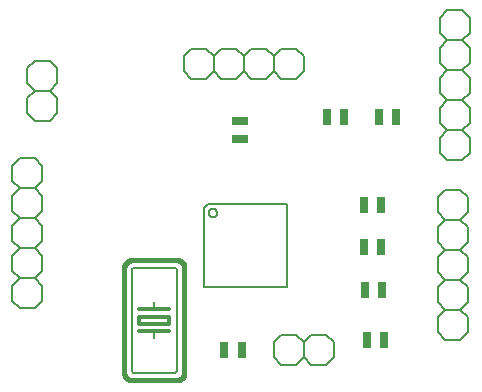
<source format=gto>
G75*
%MOIN*%
%OFA0B0*%
%FSLAX25Y25*%
%IPPOS*%
%LPD*%
%AMOC8*
5,1,8,0,0,1.08239X$1,22.5*
%
%ADD10C,0.00600*%
%ADD11C,0.01600*%
%ADD12C,0.01200*%
%ADD13R,0.05512X0.02559*%
%ADD14R,0.02559X0.05512*%
D10*
X0006600Y0027437D02*
X0004100Y0029937D01*
X0004100Y0034937D01*
X0006600Y0037437D01*
X0004100Y0039937D01*
X0004100Y0044937D01*
X0006600Y0047437D01*
X0011600Y0047437D01*
X0014100Y0044937D01*
X0014100Y0039937D01*
X0011600Y0037437D01*
X0014100Y0034937D01*
X0014100Y0029937D01*
X0011600Y0027437D01*
X0006600Y0027437D01*
X0006600Y0037437D02*
X0011600Y0037437D01*
X0011600Y0047437D02*
X0014100Y0049937D01*
X0014100Y0054937D01*
X0011600Y0057437D01*
X0014100Y0059937D01*
X0014100Y0064937D01*
X0011600Y0067437D01*
X0014100Y0069937D01*
X0014100Y0074937D01*
X0011600Y0077437D01*
X0006600Y0077437D01*
X0004100Y0074937D01*
X0004100Y0069937D01*
X0006600Y0067437D01*
X0011600Y0067437D01*
X0006600Y0067437D02*
X0004100Y0064937D01*
X0004100Y0059937D01*
X0006600Y0057437D01*
X0011600Y0057437D01*
X0006600Y0057437D02*
X0004100Y0054937D01*
X0004100Y0049937D01*
X0006600Y0047437D01*
X0043923Y0040500D02*
X0043923Y0006500D01*
X0044423Y0006000D01*
X0058423Y0006000D01*
X0058923Y0006500D01*
X0058923Y0040500D01*
X0058423Y0041000D01*
X0044423Y0041000D01*
X0043923Y0040500D01*
X0051423Y0029500D02*
X0051423Y0027200D01*
X0051423Y0019800D02*
X0051423Y0017500D01*
X0067899Y0034740D02*
X0067899Y0060941D01*
X0069297Y0062339D01*
X0095498Y0062339D01*
X0095498Y0034740D01*
X0067899Y0034740D01*
X0091265Y0016157D02*
X0093765Y0018657D01*
X0098765Y0018657D01*
X0101265Y0016157D01*
X0103765Y0018657D01*
X0108765Y0018657D01*
X0111265Y0016157D01*
X0111265Y0011157D01*
X0108765Y0008657D01*
X0103765Y0008657D01*
X0101265Y0011157D01*
X0098765Y0008657D01*
X0093765Y0008657D01*
X0091265Y0011157D01*
X0091265Y0016157D01*
X0101265Y0016157D02*
X0101265Y0011157D01*
X0145832Y0019504D02*
X0148332Y0017004D01*
X0153332Y0017004D01*
X0155832Y0019504D01*
X0155832Y0024504D01*
X0153332Y0027004D01*
X0155832Y0029504D01*
X0155832Y0034504D01*
X0153332Y0037004D01*
X0148332Y0037004D01*
X0145832Y0034504D01*
X0145832Y0029504D01*
X0148332Y0027004D01*
X0153332Y0027004D01*
X0148332Y0027004D02*
X0145832Y0024504D01*
X0145832Y0019504D01*
X0148332Y0037004D02*
X0145832Y0039504D01*
X0145832Y0044504D01*
X0148332Y0047004D01*
X0145832Y0049504D01*
X0145832Y0054504D01*
X0148332Y0057004D01*
X0145832Y0059504D01*
X0145832Y0064504D01*
X0148332Y0067004D01*
X0153332Y0067004D01*
X0155832Y0064504D01*
X0155832Y0059504D01*
X0153332Y0057004D01*
X0155832Y0054504D01*
X0155832Y0049504D01*
X0153332Y0047004D01*
X0155832Y0044504D01*
X0155832Y0039504D01*
X0153332Y0037004D01*
X0153332Y0047004D02*
X0148332Y0047004D01*
X0148332Y0057004D02*
X0153332Y0057004D01*
X0154041Y0076846D02*
X0149041Y0076846D01*
X0146541Y0079346D01*
X0146541Y0084346D01*
X0149041Y0086846D01*
X0146541Y0089346D01*
X0146541Y0094346D01*
X0149041Y0096846D01*
X0154041Y0096846D01*
X0156541Y0094346D01*
X0156541Y0089346D01*
X0154041Y0086846D01*
X0156541Y0084346D01*
X0156541Y0079346D01*
X0154041Y0076846D01*
X0154041Y0086846D02*
X0149041Y0086846D01*
X0149041Y0096846D02*
X0146541Y0099346D01*
X0146541Y0104346D01*
X0149041Y0106846D01*
X0146541Y0109346D01*
X0146541Y0114346D01*
X0149041Y0116846D01*
X0146541Y0119346D01*
X0146541Y0124346D01*
X0149041Y0126846D01*
X0154041Y0126846D01*
X0156541Y0124346D01*
X0156541Y0119346D01*
X0154041Y0116846D01*
X0156541Y0114346D01*
X0156541Y0109346D01*
X0154041Y0106846D01*
X0156541Y0104346D01*
X0156541Y0099346D01*
X0154041Y0096846D01*
X0154041Y0106846D02*
X0149041Y0106846D01*
X0149041Y0116846D02*
X0154041Y0116846D01*
X0101147Y0111433D02*
X0101147Y0106433D01*
X0098647Y0103933D01*
X0093647Y0103933D01*
X0091147Y0106433D01*
X0088647Y0103933D01*
X0083647Y0103933D01*
X0081147Y0106433D01*
X0078647Y0103933D01*
X0073647Y0103933D01*
X0071147Y0106433D01*
X0068647Y0103933D01*
X0063647Y0103933D01*
X0061147Y0106433D01*
X0061147Y0111433D01*
X0063647Y0113933D01*
X0068647Y0113933D01*
X0071147Y0111433D01*
X0073647Y0113933D01*
X0078647Y0113933D01*
X0081147Y0111433D01*
X0081147Y0106433D01*
X0081147Y0111433D02*
X0083647Y0113933D01*
X0088647Y0113933D01*
X0091147Y0111433D01*
X0093647Y0113933D01*
X0098647Y0113933D01*
X0101147Y0111433D01*
X0091147Y0111433D02*
X0091147Y0106433D01*
X0071147Y0106433D02*
X0071147Y0111433D01*
X0019061Y0107575D02*
X0019061Y0102575D01*
X0016561Y0100075D01*
X0019061Y0097575D01*
X0019061Y0092575D01*
X0016561Y0090075D01*
X0011561Y0090075D01*
X0009061Y0092575D01*
X0009061Y0097575D01*
X0011561Y0100075D01*
X0009061Y0102575D01*
X0009061Y0107575D01*
X0011561Y0110075D01*
X0016561Y0110075D01*
X0019061Y0107575D01*
X0016561Y0100075D02*
X0011561Y0100075D01*
X0069484Y0059339D02*
X0069486Y0059414D01*
X0069492Y0059488D01*
X0069502Y0059562D01*
X0069515Y0059635D01*
X0069533Y0059708D01*
X0069554Y0059779D01*
X0069579Y0059850D01*
X0069608Y0059919D01*
X0069641Y0059986D01*
X0069677Y0060051D01*
X0069716Y0060115D01*
X0069758Y0060176D01*
X0069804Y0060235D01*
X0069853Y0060292D01*
X0069905Y0060345D01*
X0069959Y0060396D01*
X0070016Y0060445D01*
X0070076Y0060489D01*
X0070138Y0060531D01*
X0070202Y0060570D01*
X0070268Y0060605D01*
X0070335Y0060636D01*
X0070405Y0060664D01*
X0070475Y0060688D01*
X0070547Y0060709D01*
X0070620Y0060725D01*
X0070693Y0060738D01*
X0070768Y0060747D01*
X0070842Y0060752D01*
X0070917Y0060753D01*
X0070991Y0060750D01*
X0071066Y0060743D01*
X0071139Y0060732D01*
X0071213Y0060718D01*
X0071285Y0060699D01*
X0071356Y0060677D01*
X0071426Y0060651D01*
X0071495Y0060621D01*
X0071561Y0060588D01*
X0071626Y0060551D01*
X0071689Y0060511D01*
X0071750Y0060467D01*
X0071808Y0060421D01*
X0071864Y0060371D01*
X0071917Y0060319D01*
X0071968Y0060264D01*
X0072015Y0060206D01*
X0072059Y0060146D01*
X0072100Y0060083D01*
X0072138Y0060019D01*
X0072172Y0059953D01*
X0072203Y0059884D01*
X0072230Y0059815D01*
X0072253Y0059744D01*
X0072272Y0059672D01*
X0072288Y0059599D01*
X0072300Y0059525D01*
X0072308Y0059451D01*
X0072312Y0059376D01*
X0072312Y0059302D01*
X0072308Y0059227D01*
X0072300Y0059153D01*
X0072288Y0059079D01*
X0072272Y0059006D01*
X0072253Y0058934D01*
X0072230Y0058863D01*
X0072203Y0058794D01*
X0072172Y0058725D01*
X0072138Y0058659D01*
X0072100Y0058595D01*
X0072059Y0058532D01*
X0072015Y0058472D01*
X0071968Y0058414D01*
X0071917Y0058359D01*
X0071864Y0058307D01*
X0071808Y0058257D01*
X0071750Y0058211D01*
X0071689Y0058167D01*
X0071626Y0058127D01*
X0071561Y0058090D01*
X0071495Y0058057D01*
X0071426Y0058027D01*
X0071356Y0058001D01*
X0071285Y0057979D01*
X0071213Y0057960D01*
X0071139Y0057946D01*
X0071066Y0057935D01*
X0070991Y0057928D01*
X0070917Y0057925D01*
X0070842Y0057926D01*
X0070768Y0057931D01*
X0070693Y0057940D01*
X0070620Y0057953D01*
X0070547Y0057969D01*
X0070475Y0057990D01*
X0070405Y0058014D01*
X0070335Y0058042D01*
X0070268Y0058073D01*
X0070202Y0058108D01*
X0070138Y0058147D01*
X0070076Y0058189D01*
X0070016Y0058233D01*
X0069959Y0058282D01*
X0069905Y0058333D01*
X0069853Y0058386D01*
X0069804Y0058443D01*
X0069758Y0058502D01*
X0069716Y0058563D01*
X0069677Y0058627D01*
X0069641Y0058692D01*
X0069608Y0058759D01*
X0069579Y0058828D01*
X0069554Y0058899D01*
X0069533Y0058970D01*
X0069515Y0059043D01*
X0069502Y0059116D01*
X0069492Y0059190D01*
X0069486Y0059264D01*
X0069484Y0059339D01*
D11*
X0058923Y0043500D02*
X0043923Y0043500D01*
X0043825Y0043498D01*
X0043727Y0043492D01*
X0043629Y0043483D01*
X0043532Y0043469D01*
X0043435Y0043452D01*
X0043339Y0043431D01*
X0043244Y0043406D01*
X0043150Y0043378D01*
X0043058Y0043345D01*
X0042966Y0043310D01*
X0042876Y0043270D01*
X0042788Y0043228D01*
X0042701Y0043181D01*
X0042617Y0043132D01*
X0042534Y0043079D01*
X0042454Y0043023D01*
X0042375Y0042963D01*
X0042299Y0042901D01*
X0042226Y0042836D01*
X0042155Y0042768D01*
X0042087Y0042697D01*
X0042022Y0042624D01*
X0041960Y0042548D01*
X0041900Y0042469D01*
X0041844Y0042389D01*
X0041791Y0042306D01*
X0041742Y0042222D01*
X0041695Y0042135D01*
X0041653Y0042047D01*
X0041613Y0041957D01*
X0041578Y0041865D01*
X0041545Y0041773D01*
X0041517Y0041679D01*
X0041492Y0041584D01*
X0041471Y0041488D01*
X0041454Y0041391D01*
X0041440Y0041294D01*
X0041431Y0041196D01*
X0041425Y0041098D01*
X0041423Y0041000D01*
X0041423Y0006000D01*
X0041425Y0005902D01*
X0041431Y0005804D01*
X0041440Y0005706D01*
X0041454Y0005609D01*
X0041471Y0005512D01*
X0041492Y0005416D01*
X0041517Y0005321D01*
X0041545Y0005227D01*
X0041578Y0005135D01*
X0041613Y0005043D01*
X0041653Y0004953D01*
X0041695Y0004865D01*
X0041742Y0004778D01*
X0041791Y0004694D01*
X0041844Y0004611D01*
X0041900Y0004531D01*
X0041960Y0004452D01*
X0042022Y0004376D01*
X0042087Y0004303D01*
X0042155Y0004232D01*
X0042226Y0004164D01*
X0042299Y0004099D01*
X0042375Y0004037D01*
X0042454Y0003977D01*
X0042534Y0003921D01*
X0042617Y0003868D01*
X0042701Y0003819D01*
X0042788Y0003772D01*
X0042876Y0003730D01*
X0042966Y0003690D01*
X0043058Y0003655D01*
X0043150Y0003622D01*
X0043244Y0003594D01*
X0043339Y0003569D01*
X0043435Y0003548D01*
X0043532Y0003531D01*
X0043629Y0003517D01*
X0043727Y0003508D01*
X0043825Y0003502D01*
X0043923Y0003500D01*
X0058923Y0003500D01*
X0059021Y0003502D01*
X0059119Y0003508D01*
X0059217Y0003517D01*
X0059314Y0003531D01*
X0059411Y0003548D01*
X0059507Y0003569D01*
X0059602Y0003594D01*
X0059696Y0003622D01*
X0059788Y0003655D01*
X0059880Y0003690D01*
X0059970Y0003730D01*
X0060058Y0003772D01*
X0060145Y0003819D01*
X0060229Y0003868D01*
X0060312Y0003921D01*
X0060392Y0003977D01*
X0060471Y0004037D01*
X0060547Y0004099D01*
X0060620Y0004164D01*
X0060691Y0004232D01*
X0060759Y0004303D01*
X0060824Y0004376D01*
X0060886Y0004452D01*
X0060946Y0004531D01*
X0061002Y0004611D01*
X0061055Y0004694D01*
X0061104Y0004778D01*
X0061151Y0004865D01*
X0061193Y0004953D01*
X0061233Y0005043D01*
X0061268Y0005135D01*
X0061301Y0005227D01*
X0061329Y0005321D01*
X0061354Y0005416D01*
X0061375Y0005512D01*
X0061392Y0005609D01*
X0061406Y0005706D01*
X0061415Y0005804D01*
X0061421Y0005902D01*
X0061423Y0006000D01*
X0061423Y0041000D01*
X0061421Y0041098D01*
X0061415Y0041196D01*
X0061406Y0041294D01*
X0061392Y0041391D01*
X0061375Y0041488D01*
X0061354Y0041584D01*
X0061329Y0041679D01*
X0061301Y0041773D01*
X0061268Y0041865D01*
X0061233Y0041957D01*
X0061193Y0042047D01*
X0061151Y0042135D01*
X0061104Y0042222D01*
X0061055Y0042306D01*
X0061002Y0042389D01*
X0060946Y0042469D01*
X0060886Y0042548D01*
X0060824Y0042624D01*
X0060759Y0042697D01*
X0060691Y0042768D01*
X0060620Y0042836D01*
X0060547Y0042901D01*
X0060471Y0042963D01*
X0060392Y0043023D01*
X0060312Y0043079D01*
X0060229Y0043132D01*
X0060145Y0043181D01*
X0060058Y0043228D01*
X0059970Y0043270D01*
X0059880Y0043310D01*
X0059788Y0043345D01*
X0059696Y0043378D01*
X0059602Y0043406D01*
X0059507Y0043431D01*
X0059411Y0043452D01*
X0059314Y0043469D01*
X0059217Y0043483D01*
X0059119Y0043492D01*
X0059021Y0043498D01*
X0058923Y0043500D01*
D12*
X0056423Y0027200D02*
X0051423Y0027200D01*
X0046423Y0027200D01*
X0046423Y0024700D02*
X0046423Y0022200D01*
X0056423Y0022200D01*
X0056423Y0024700D01*
X0046423Y0024700D01*
X0046423Y0019800D02*
X0051423Y0019800D01*
X0056423Y0019800D01*
D13*
X0079881Y0083965D03*
X0079881Y0089765D03*
D14*
X0108935Y0091144D03*
X0114735Y0091144D03*
X0126180Y0091341D03*
X0131980Y0091341D03*
X0127020Y0061880D03*
X0121220Y0061880D03*
X0121142Y0047904D03*
X0126942Y0047904D03*
X0127335Y0033730D03*
X0121535Y0033730D03*
X0122205Y0016998D03*
X0128005Y0016998D03*
X0080483Y0013467D03*
X0074683Y0013467D03*
M02*

</source>
